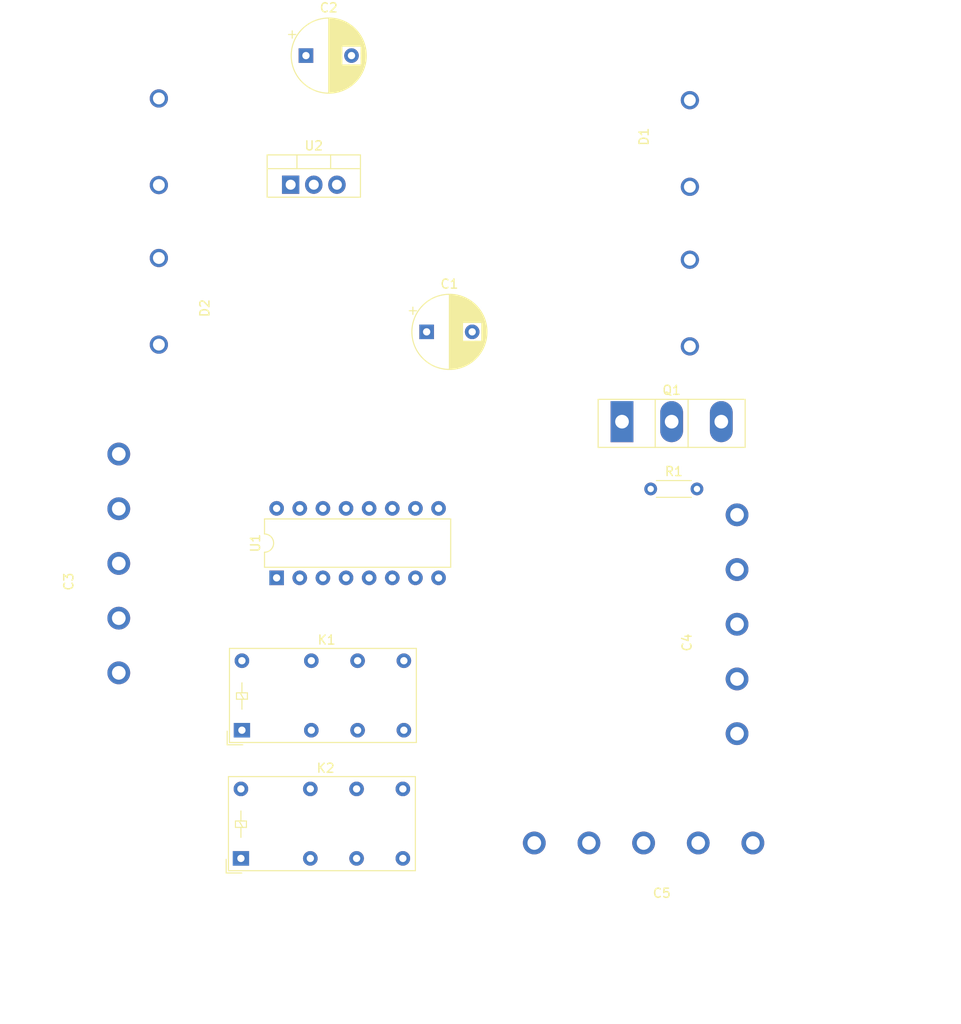
<source format=kicad_pcb>
(kicad_pcb (version 20171130) (host pcbnew 5.1.7-a382d34a8~88~ubuntu18.04.1)

  (general
    (thickness 1.6)
    (drawings 2)
    (tracks 0)
    (zones 0)
    (modules 13)
    (nets 22)
  )

  (page A4)
  (layers
    (0 F.Cu signal)
    (31 B.Cu signal)
    (32 B.Adhes user)
    (33 F.Adhes user)
    (34 B.Paste user)
    (35 F.Paste user)
    (36 B.SilkS user)
    (37 F.SilkS user)
    (38 B.Mask user)
    (39 F.Mask user)
    (40 Dwgs.User user)
    (41 Cmts.User user)
    (42 Eco1.User user)
    (43 Eco2.User user)
    (44 Edge.Cuts user)
    (45 Margin user)
    (46 B.CrtYd user)
    (47 F.CrtYd user)
    (48 B.Fab user)
    (49 F.Fab user)
  )

  (setup
    (last_trace_width 0.25)
    (user_trace_width 2.5)
    (user_trace_width 5)
    (trace_clearance 0.25)
    (zone_clearance 0.508)
    (zone_45_only no)
    (trace_min 0.25)
    (via_size 0.8)
    (via_drill 0.4)
    (via_min_size 0.4)
    (via_min_drill 0.3)
    (uvia_size 0.3)
    (uvia_drill 0.1)
    (uvias_allowed no)
    (uvia_min_size 0.2)
    (uvia_min_drill 0.1)
    (edge_width 0.05)
    (segment_width 0.2)
    (pcb_text_width 0.3)
    (pcb_text_size 1.5 1.5)
    (mod_edge_width 0.12)
    (mod_text_size 1 1)
    (mod_text_width 0.15)
    (pad_size 1.524 1.524)
    (pad_drill 0.762)
    (pad_to_mask_clearance 0)
    (aux_axis_origin 0 0)
    (visible_elements FFFFFF7F)
    (pcbplotparams
      (layerselection 0x010fc_ffffffff)
      (usegerberextensions false)
      (usegerberattributes true)
      (usegerberadvancedattributes true)
      (creategerberjobfile true)
      (excludeedgelayer true)
      (linewidth 0.100000)
      (plotframeref false)
      (viasonmask false)
      (mode 1)
      (useauxorigin false)
      (hpglpennumber 1)
      (hpglpenspeed 20)
      (hpglpendiameter 15.000000)
      (psnegative false)
      (psa4output false)
      (plotreference true)
      (plotvalue true)
      (plotinvisibletext false)
      (padsonsilk false)
      (subtractmaskfromsilk false)
      (outputformat 1)
      (mirror false)
      (drillshape 1)
      (scaleselection 1)
      (outputdirectory ""))
  )

  (net 0 "")
  (net 1 DCGND)
  (net 2 DC220Vpostive)
  (net 3 DC12Vpostive)
  (net 4 EARTH)
  (net 5 AC220N)
  (net 6 AC220VLive)
  (net 7 AC12vN)
  (net 8 AC12vLive)
  (net 9 ACMotorRed)
  (net 10 ACMotorBlack)
  (net 11 DcMotorNegative)
  (net 12 CONTROL_DCMotorNegative)
  (net 13 CONTROL_ACMotorBlack)
  (net 14 CONTROL_ACMotorRed)
  (net 15 DC5v)
  (net 16 "Net-(K1-Pad22)")
  (net 17 "Net-(K1-PadA2)")
  (net 18 "Net-(K2-PadA2)")
  (net 19 "Net-(Q1-Pad1)")
  (net 20 "Net-(U1-Pad2)")
  (net 21 "Net-(U1-Pad3)")

  (net_class Default "This is the default net class."
    (clearance 0.25)
    (trace_width 0.25)
    (via_dia 0.8)
    (via_drill 0.4)
    (uvia_dia 0.3)
    (uvia_drill 0.1)
    (diff_pair_width 0.25)
    (diff_pair_gap 0.25)
    (add_net AC12vLive)
    (add_net AC12vN)
    (add_net AC220N)
    (add_net AC220VLive)
    (add_net ACMotorBlack)
    (add_net ACMotorRed)
    (add_net CONTROL_ACMotorBlack)
    (add_net CONTROL_ACMotorRed)
    (add_net CONTROL_DCMotorNegative)
    (add_net DC12Vpostive)
    (add_net DC220Vpostive)
    (add_net DC5v)
    (add_net DCGND)
    (add_net DcMotorNegative)
    (add_net EARTH)
    (add_net "Net-(K1-Pad22)")
    (add_net "Net-(K1-PadA2)")
    (add_net "Net-(K2-PadA2)")
    (add_net "Net-(Q1-Pad1)")
    (add_net "Net-(U1-Pad2)")
    (add_net "Net-(U1-Pad3)")
  )

  (module Capacitor_THT:CP_Radial_D8.0mm_P5.00mm (layer F.Cu) (tedit 5AE50EF0) (tstamp 603FA3E0)
    (at 94.9 69.8)
    (descr "CP, Radial series, Radial, pin pitch=5.00mm, , diameter=8mm, Electrolytic Capacitor")
    (tags "CP Radial series Radial pin pitch 5.00mm  diameter 8mm Electrolytic Capacitor")
    (path /5FDB8118)
    (fp_text reference C1 (at 2.5 -5.25) (layer F.SilkS)
      (effects (font (size 1 1) (thickness 0.15)))
    )
    (fp_text value 470uF (at 2.5 5.25) (layer F.Fab)
      (effects (font (size 1 1) (thickness 0.15)))
    )
    (fp_text user %R (at 2.5 0) (layer F.Fab)
      (effects (font (size 1 1) (thickness 0.15)))
    )
    (fp_circle (center 2.5 0) (end 6.5 0) (layer F.Fab) (width 0.1))
    (fp_circle (center 2.5 0) (end 6.62 0) (layer F.SilkS) (width 0.12))
    (fp_circle (center 2.5 0) (end 6.75 0) (layer F.CrtYd) (width 0.05))
    (fp_line (start -0.926759 -1.7475) (end -0.126759 -1.7475) (layer F.Fab) (width 0.1))
    (fp_line (start -0.526759 -2.1475) (end -0.526759 -1.3475) (layer F.Fab) (width 0.1))
    (fp_line (start 2.5 -4.08) (end 2.5 4.08) (layer F.SilkS) (width 0.12))
    (fp_line (start 2.54 -4.08) (end 2.54 4.08) (layer F.SilkS) (width 0.12))
    (fp_line (start 2.58 -4.08) (end 2.58 4.08) (layer F.SilkS) (width 0.12))
    (fp_line (start 2.62 -4.079) (end 2.62 4.079) (layer F.SilkS) (width 0.12))
    (fp_line (start 2.66 -4.077) (end 2.66 4.077) (layer F.SilkS) (width 0.12))
    (fp_line (start 2.7 -4.076) (end 2.7 4.076) (layer F.SilkS) (width 0.12))
    (fp_line (start 2.74 -4.074) (end 2.74 4.074) (layer F.SilkS) (width 0.12))
    (fp_line (start 2.78 -4.071) (end 2.78 4.071) (layer F.SilkS) (width 0.12))
    (fp_line (start 2.82 -4.068) (end 2.82 4.068) (layer F.SilkS) (width 0.12))
    (fp_line (start 2.86 -4.065) (end 2.86 4.065) (layer F.SilkS) (width 0.12))
    (fp_line (start 2.9 -4.061) (end 2.9 4.061) (layer F.SilkS) (width 0.12))
    (fp_line (start 2.94 -4.057) (end 2.94 4.057) (layer F.SilkS) (width 0.12))
    (fp_line (start 2.98 -4.052) (end 2.98 4.052) (layer F.SilkS) (width 0.12))
    (fp_line (start 3.02 -4.048) (end 3.02 4.048) (layer F.SilkS) (width 0.12))
    (fp_line (start 3.06 -4.042) (end 3.06 4.042) (layer F.SilkS) (width 0.12))
    (fp_line (start 3.1 -4.037) (end 3.1 4.037) (layer F.SilkS) (width 0.12))
    (fp_line (start 3.14 -4.03) (end 3.14 4.03) (layer F.SilkS) (width 0.12))
    (fp_line (start 3.18 -4.024) (end 3.18 4.024) (layer F.SilkS) (width 0.12))
    (fp_line (start 3.221 -4.017) (end 3.221 4.017) (layer F.SilkS) (width 0.12))
    (fp_line (start 3.261 -4.01) (end 3.261 4.01) (layer F.SilkS) (width 0.12))
    (fp_line (start 3.301 -4.002) (end 3.301 4.002) (layer F.SilkS) (width 0.12))
    (fp_line (start 3.341 -3.994) (end 3.341 3.994) (layer F.SilkS) (width 0.12))
    (fp_line (start 3.381 -3.985) (end 3.381 3.985) (layer F.SilkS) (width 0.12))
    (fp_line (start 3.421 -3.976) (end 3.421 3.976) (layer F.SilkS) (width 0.12))
    (fp_line (start 3.461 -3.967) (end 3.461 3.967) (layer F.SilkS) (width 0.12))
    (fp_line (start 3.501 -3.957) (end 3.501 3.957) (layer F.SilkS) (width 0.12))
    (fp_line (start 3.541 -3.947) (end 3.541 3.947) (layer F.SilkS) (width 0.12))
    (fp_line (start 3.581 -3.936) (end 3.581 3.936) (layer F.SilkS) (width 0.12))
    (fp_line (start 3.621 -3.925) (end 3.621 3.925) (layer F.SilkS) (width 0.12))
    (fp_line (start 3.661 -3.914) (end 3.661 3.914) (layer F.SilkS) (width 0.12))
    (fp_line (start 3.701 -3.902) (end 3.701 3.902) (layer F.SilkS) (width 0.12))
    (fp_line (start 3.741 -3.889) (end 3.741 3.889) (layer F.SilkS) (width 0.12))
    (fp_line (start 3.781 -3.877) (end 3.781 3.877) (layer F.SilkS) (width 0.12))
    (fp_line (start 3.821 -3.863) (end 3.821 3.863) (layer F.SilkS) (width 0.12))
    (fp_line (start 3.861 -3.85) (end 3.861 3.85) (layer F.SilkS) (width 0.12))
    (fp_line (start 3.901 -3.835) (end 3.901 3.835) (layer F.SilkS) (width 0.12))
    (fp_line (start 3.941 -3.821) (end 3.941 3.821) (layer F.SilkS) (width 0.12))
    (fp_line (start 3.981 -3.805) (end 3.981 -1.04) (layer F.SilkS) (width 0.12))
    (fp_line (start 3.981 1.04) (end 3.981 3.805) (layer F.SilkS) (width 0.12))
    (fp_line (start 4.021 -3.79) (end 4.021 -1.04) (layer F.SilkS) (width 0.12))
    (fp_line (start 4.021 1.04) (end 4.021 3.79) (layer F.SilkS) (width 0.12))
    (fp_line (start 4.061 -3.774) (end 4.061 -1.04) (layer F.SilkS) (width 0.12))
    (fp_line (start 4.061 1.04) (end 4.061 3.774) (layer F.SilkS) (width 0.12))
    (fp_line (start 4.101 -3.757) (end 4.101 -1.04) (layer F.SilkS) (width 0.12))
    (fp_line (start 4.101 1.04) (end 4.101 3.757) (layer F.SilkS) (width 0.12))
    (fp_line (start 4.141 -3.74) (end 4.141 -1.04) (layer F.SilkS) (width 0.12))
    (fp_line (start 4.141 1.04) (end 4.141 3.74) (layer F.SilkS) (width 0.12))
    (fp_line (start 4.181 -3.722) (end 4.181 -1.04) (layer F.SilkS) (width 0.12))
    (fp_line (start 4.181 1.04) (end 4.181 3.722) (layer F.SilkS) (width 0.12))
    (fp_line (start 4.221 -3.704) (end 4.221 -1.04) (layer F.SilkS) (width 0.12))
    (fp_line (start 4.221 1.04) (end 4.221 3.704) (layer F.SilkS) (width 0.12))
    (fp_line (start 4.261 -3.686) (end 4.261 -1.04) (layer F.SilkS) (width 0.12))
    (fp_line (start 4.261 1.04) (end 4.261 3.686) (layer F.SilkS) (width 0.12))
    (fp_line (start 4.301 -3.666) (end 4.301 -1.04) (layer F.SilkS) (width 0.12))
    (fp_line (start 4.301 1.04) (end 4.301 3.666) (layer F.SilkS) (width 0.12))
    (fp_line (start 4.341 -3.647) (end 4.341 -1.04) (layer F.SilkS) (width 0.12))
    (fp_line (start 4.341 1.04) (end 4.341 3.647) (layer F.SilkS) (width 0.12))
    (fp_line (start 4.381 -3.627) (end 4.381 -1.04) (layer F.SilkS) (width 0.12))
    (fp_line (start 4.381 1.04) (end 4.381 3.627) (layer F.SilkS) (width 0.12))
    (fp_line (start 4.421 -3.606) (end 4.421 -1.04) (layer F.SilkS) (width 0.12))
    (fp_line (start 4.421 1.04) (end 4.421 3.606) (layer F.SilkS) (width 0.12))
    (fp_line (start 4.461 -3.584) (end 4.461 -1.04) (layer F.SilkS) (width 0.12))
    (fp_line (start 4.461 1.04) (end 4.461 3.584) (layer F.SilkS) (width 0.12))
    (fp_line (start 4.501 -3.562) (end 4.501 -1.04) (layer F.SilkS) (width 0.12))
    (fp_line (start 4.501 1.04) (end 4.501 3.562) (layer F.SilkS) (width 0.12))
    (fp_line (start 4.541 -3.54) (end 4.541 -1.04) (layer F.SilkS) (width 0.12))
    (fp_line (start 4.541 1.04) (end 4.541 3.54) (layer F.SilkS) (width 0.12))
    (fp_line (start 4.581 -3.517) (end 4.581 -1.04) (layer F.SilkS) (width 0.12))
    (fp_line (start 4.581 1.04) (end 4.581 3.517) (layer F.SilkS) (width 0.12))
    (fp_line (start 4.621 -3.493) (end 4.621 -1.04) (layer F.SilkS) (width 0.12))
    (fp_line (start 4.621 1.04) (end 4.621 3.493) (layer F.SilkS) (width 0.12))
    (fp_line (start 4.661 -3.469) (end 4.661 -1.04) (layer F.SilkS) (width 0.12))
    (fp_line (start 4.661 1.04) (end 4.661 3.469) (layer F.SilkS) (width 0.12))
    (fp_line (start 4.701 -3.444) (end 4.701 -1.04) (layer F.SilkS) (width 0.12))
    (fp_line (start 4.701 1.04) (end 4.701 3.444) (layer F.SilkS) (width 0.12))
    (fp_line (start 4.741 -3.418) (end 4.741 -1.04) (layer F.SilkS) (width 0.12))
    (fp_line (start 4.741 1.04) (end 4.741 3.418) (layer F.SilkS) (width 0.12))
    (fp_line (start 4.781 -3.392) (end 4.781 -1.04) (layer F.SilkS) (width 0.12))
    (fp_line (start 4.781 1.04) (end 4.781 3.392) (layer F.SilkS) (width 0.12))
    (fp_line (start 4.821 -3.365) (end 4.821 -1.04) (layer F.SilkS) (width 0.12))
    (fp_line (start 4.821 1.04) (end 4.821 3.365) (layer F.SilkS) (width 0.12))
    (fp_line (start 4.861 -3.338) (end 4.861 -1.04) (layer F.SilkS) (width 0.12))
    (fp_line (start 4.861 1.04) (end 4.861 3.338) (layer F.SilkS) (width 0.12))
    (fp_line (start 4.901 -3.309) (end 4.901 -1.04) (layer F.SilkS) (width 0.12))
    (fp_line (start 4.901 1.04) (end 4.901 3.309) (layer F.SilkS) (width 0.12))
    (fp_line (start 4.941 -3.28) (end 4.941 -1.04) (layer F.SilkS) (width 0.12))
    (fp_line (start 4.941 1.04) (end 4.941 3.28) (layer F.SilkS) (width 0.12))
    (fp_line (start 4.981 -3.25) (end 4.981 -1.04) (layer F.SilkS) (width 0.12))
    (fp_line (start 4.981 1.04) (end 4.981 3.25) (layer F.SilkS) (width 0.12))
    (fp_line (start 5.021 -3.22) (end 5.021 -1.04) (layer F.SilkS) (width 0.12))
    (fp_line (start 5.021 1.04) (end 5.021 3.22) (layer F.SilkS) (width 0.12))
    (fp_line (start 5.061 -3.189) (end 5.061 -1.04) (layer F.SilkS) (width 0.12))
    (fp_line (start 5.061 1.04) (end 5.061 3.189) (layer F.SilkS) (width 0.12))
    (fp_line (start 5.101 -3.156) (end 5.101 -1.04) (layer F.SilkS) (width 0.12))
    (fp_line (start 5.101 1.04) (end 5.101 3.156) (layer F.SilkS) (width 0.12))
    (fp_line (start 5.141 -3.124) (end 5.141 -1.04) (layer F.SilkS) (width 0.12))
    (fp_line (start 5.141 1.04) (end 5.141 3.124) (layer F.SilkS) (width 0.12))
    (fp_line (start 5.181 -3.09) (end 5.181 -1.04) (layer F.SilkS) (width 0.12))
    (fp_line (start 5.181 1.04) (end 5.181 3.09) (layer F.SilkS) (width 0.12))
    (fp_line (start 5.221 -3.055) (end 5.221 -1.04) (layer F.SilkS) (width 0.12))
    (fp_line (start 5.221 1.04) (end 5.221 3.055) (layer F.SilkS) (width 0.12))
    (fp_line (start 5.261 -3.019) (end 5.261 -1.04) (layer F.SilkS) (width 0.12))
    (fp_line (start 5.261 1.04) (end 5.261 3.019) (layer F.SilkS) (width 0.12))
    (fp_line (start 5.301 -2.983) (end 5.301 -1.04) (layer F.SilkS) (width 0.12))
    (fp_line (start 5.301 1.04) (end 5.301 2.983) (layer F.SilkS) (width 0.12))
    (fp_line (start 5.341 -2.945) (end 5.341 -1.04) (layer F.SilkS) (width 0.12))
    (fp_line (start 5.341 1.04) (end 5.341 2.945) (layer F.SilkS) (width 0.12))
    (fp_line (start 5.381 -2.907) (end 5.381 -1.04) (layer F.SilkS) (width 0.12))
    (fp_line (start 5.381 1.04) (end 5.381 2.907) (layer F.SilkS) (width 0.12))
    (fp_line (start 5.421 -2.867) (end 5.421 -1.04) (layer F.SilkS) (width 0.12))
    (fp_line (start 5.421 1.04) (end 5.421 2.867) (layer F.SilkS) (width 0.12))
    (fp_line (start 5.461 -2.826) (end 5.461 -1.04) (layer F.SilkS) (width 0.12))
    (fp_line (start 5.461 1.04) (end 5.461 2.826) (layer F.SilkS) (width 0.12))
    (fp_line (start 5.501 -2.784) (end 5.501 -1.04) (layer F.SilkS) (width 0.12))
    (fp_line (start 5.501 1.04) (end 5.501 2.784) (layer F.SilkS) (width 0.12))
    (fp_line (start 5.541 -2.741) (end 5.541 -1.04) (layer F.SilkS) (width 0.12))
    (fp_line (start 5.541 1.04) (end 5.541 2.741) (layer F.SilkS) (width 0.12))
    (fp_line (start 5.581 -2.697) (end 5.581 -1.04) (layer F.SilkS) (width 0.12))
    (fp_line (start 5.581 1.04) (end 5.581 2.697) (layer F.SilkS) (width 0.12))
    (fp_line (start 5.621 -2.651) (end 5.621 -1.04) (layer F.SilkS) (width 0.12))
    (fp_line (start 5.621 1.04) (end 5.621 2.651) (layer F.SilkS) (width 0.12))
    (fp_line (start 5.661 -2.604) (end 5.661 -1.04) (layer F.SilkS) (width 0.12))
    (fp_line (start 5.661 1.04) (end 5.661 2.604) (layer F.SilkS) (width 0.12))
    (fp_line (start 5.701 -2.556) (end 5.701 -1.04) (layer F.SilkS) (width 0.12))
    (fp_line (start 5.701 1.04) (end 5.701 2.556) (layer F.SilkS) (width 0.12))
    (fp_line (start 5.741 -2.505) (end 5.741 -1.04) (layer F.SilkS) (width 0.12))
    (fp_line (start 5.741 1.04) (end 5.741 2.505) (layer F.SilkS) (width 0.12))
    (fp_line (start 5.781 -2.454) (end 5.781 -1.04) (layer F.SilkS) (width 0.12))
    (fp_line (start 5.781 1.04) (end 5.781 2.454) (layer F.SilkS) (width 0.12))
    (fp_line (start 5.821 -2.4) (end 5.821 -1.04) (layer F.SilkS) (width 0.12))
    (fp_line (start 5.821 1.04) (end 5.821 2.4) (layer F.SilkS) (width 0.12))
    (fp_line (start 5.861 -2.345) (end 5.861 -1.04) (layer F.SilkS) (width 0.12))
    (fp_line (start 5.861 1.04) (end 5.861 2.345) (layer F.SilkS) (width 0.12))
    (fp_line (start 5.901 -2.287) (end 5.901 -1.04) (layer F.SilkS) (width 0.12))
    (fp_line (start 5.901 1.04) (end 5.901 2.287) (layer F.SilkS) (width 0.12))
    (fp_line (start 5.941 -2.228) (end 5.941 -1.04) (layer F.SilkS) (width 0.12))
    (fp_line (start 5.941 1.04) (end 5.941 2.228) (layer F.SilkS) (width 0.12))
    (fp_line (start 5.981 -2.166) (end 5.981 -1.04) (layer F.SilkS) (width 0.12))
    (fp_line (start 5.981 1.04) (end 5.981 2.166) (layer F.SilkS) (width 0.12))
    (fp_line (start 6.021 -2.102) (end 6.021 -1.04) (layer F.SilkS) (width 0.12))
    (fp_line (start 6.021 1.04) (end 6.021 2.102) (layer F.SilkS) (width 0.12))
    (fp_line (start 6.061 -2.034) (end 6.061 2.034) (layer F.SilkS) (width 0.12))
    (fp_line (start 6.101 -1.964) (end 6.101 1.964) (layer F.SilkS) (width 0.12))
    (fp_line (start 6.141 -1.89) (end 6.141 1.89) (layer F.SilkS) (width 0.12))
    (fp_line (start 6.181 -1.813) (end 6.181 1.813) (layer F.SilkS) (width 0.12))
    (fp_line (start 6.221 -1.731) (end 6.221 1.731) (layer F.SilkS) (width 0.12))
    (fp_line (start 6.261 -1.645) (end 6.261 1.645) (layer F.SilkS) (width 0.12))
    (fp_line (start 6.301 -1.552) (end 6.301 1.552) (layer F.SilkS) (width 0.12))
    (fp_line (start 6.341 -1.453) (end 6.341 1.453) (layer F.SilkS) (width 0.12))
    (fp_line (start 6.381 -1.346) (end 6.381 1.346) (layer F.SilkS) (width 0.12))
    (fp_line (start 6.421 -1.229) (end 6.421 1.229) (layer F.SilkS) (width 0.12))
    (fp_line (start 6.461 -1.098) (end 6.461 1.098) (layer F.SilkS) (width 0.12))
    (fp_line (start 6.501 -0.948) (end 6.501 0.948) (layer F.SilkS) (width 0.12))
    (fp_line (start 6.541 -0.768) (end 6.541 0.768) (layer F.SilkS) (width 0.12))
    (fp_line (start 6.581 -0.533) (end 6.581 0.533) (layer F.SilkS) (width 0.12))
    (fp_line (start -1.909698 -2.315) (end -1.109698 -2.315) (layer F.SilkS) (width 0.12))
    (fp_line (start -1.509698 -2.715) (end -1.509698 -1.915) (layer F.SilkS) (width 0.12))
    (pad 2 thru_hole circle (at 5 0) (size 1.6 1.6) (drill 0.8) (layers *.Cu *.Mask)
      (net 1 DCGND))
    (pad 1 thru_hole rect (at 0 0) (size 1.6 1.6) (drill 0.8) (layers *.Cu *.Mask)
      (net 2 DC220Vpostive))
    (model ${KISYS3DMOD}/Capacitor_THT.3dshapes/CP_Radial_D8.0mm_P5.00mm.wrl
      (at (xyz 0 0 0))
      (scale (xyz 1 1 1))
      (rotate (xyz 0 0 0))
    )
  )

  (module Capacitor_THT:CP_Radial_D8.0mm_P5.00mm (layer F.Cu) (tedit 5AE50EF0) (tstamp 603FA489)
    (at 81.65 39.5)
    (descr "CP, Radial series, Radial, pin pitch=5.00mm, , diameter=8mm, Electrolytic Capacitor")
    (tags "CP Radial series Radial pin pitch 5.00mm  diameter 8mm Electrolytic Capacitor")
    (path /5FDB0451)
    (fp_text reference C2 (at 2.5 -5.25) (layer F.SilkS)
      (effects (font (size 1 1) (thickness 0.15)))
    )
    (fp_text value 150uF (at 2.5 5.25) (layer F.Fab)
      (effects (font (size 1 1) (thickness 0.15)))
    )
    (fp_line (start -1.509698 -2.715) (end -1.509698 -1.915) (layer F.SilkS) (width 0.12))
    (fp_line (start -1.909698 -2.315) (end -1.109698 -2.315) (layer F.SilkS) (width 0.12))
    (fp_line (start 6.581 -0.533) (end 6.581 0.533) (layer F.SilkS) (width 0.12))
    (fp_line (start 6.541 -0.768) (end 6.541 0.768) (layer F.SilkS) (width 0.12))
    (fp_line (start 6.501 -0.948) (end 6.501 0.948) (layer F.SilkS) (width 0.12))
    (fp_line (start 6.461 -1.098) (end 6.461 1.098) (layer F.SilkS) (width 0.12))
    (fp_line (start 6.421 -1.229) (end 6.421 1.229) (layer F.SilkS) (width 0.12))
    (fp_line (start 6.381 -1.346) (end 6.381 1.346) (layer F.SilkS) (width 0.12))
    (fp_line (start 6.341 -1.453) (end 6.341 1.453) (layer F.SilkS) (width 0.12))
    (fp_line (start 6.301 -1.552) (end 6.301 1.552) (layer F.SilkS) (width 0.12))
    (fp_line (start 6.261 -1.645) (end 6.261 1.645) (layer F.SilkS) (width 0.12))
    (fp_line (start 6.221 -1.731) (end 6.221 1.731) (layer F.SilkS) (width 0.12))
    (fp_line (start 6.181 -1.813) (end 6.181 1.813) (layer F.SilkS) (width 0.12))
    (fp_line (start 6.141 -1.89) (end 6.141 1.89) (layer F.SilkS) (width 0.12))
    (fp_line (start 6.101 -1.964) (end 6.101 1.964) (layer F.SilkS) (width 0.12))
    (fp_line (start 6.061 -2.034) (end 6.061 2.034) (layer F.SilkS) (width 0.12))
    (fp_line (start 6.021 1.04) (end 6.021 2.102) (layer F.SilkS) (width 0.12))
    (fp_line (start 6.021 -2.102) (end 6.021 -1.04) (layer F.SilkS) (width 0.12))
    (fp_line (start 5.981 1.04) (end 5.981 2.166) (layer F.SilkS) (width 0.12))
    (fp_line (start 5.981 -2.166) (end 5.981 -1.04) (layer F.SilkS) (width 0.12))
    (fp_line (start 5.941 1.04) (end 5.941 2.228) (layer F.SilkS) (width 0.12))
    (fp_line (start 5.941 -2.228) (end 5.941 -1.04) (layer F.SilkS) (width 0.12))
    (fp_line (start 5.901 1.04) (end 5.901 2.287) (layer F.SilkS) (width 0.12))
    (fp_line (start 5.901 -2.287) (end 5.901 -1.04) (layer F.SilkS) (width 0.12))
    (fp_line (start 5.861 1.04) (end 5.861 2.345) (layer F.SilkS) (width 0.12))
    (fp_line (start 5.861 -2.345) (end 5.861 -1.04) (layer F.SilkS) (width 0.12))
    (fp_line (start 5.821 1.04) (end 5.821 2.4) (layer F.SilkS) (width 0.12))
    (fp_line (start 5.821 -2.4) (end 5.821 -1.04) (layer F.SilkS) (width 0.12))
    (fp_line (start 5.781 1.04) (end 5.781 2.454) (layer F.SilkS) (width 0.12))
    (fp_line (start 5.781 -2.454) (end 5.781 -1.04) (layer F.SilkS) (width 0.12))
    (fp_line (start 5.741 1.04) (end 5.741 2.505) (layer F.SilkS) (width 0.12))
    (fp_line (start 5.741 -2.505) (end 5.741 -1.04) (layer F.SilkS) (width 0.12))
    (fp_line (start 5.701 1.04) (end 5.701 2.556) (layer F.SilkS) (width 0.12))
    (fp_line (start 5.701 -2.556) (end 5.701 -1.04) (layer F.SilkS) (width 0.12))
    (fp_line (start 5.661 1.04) (end 5.661 2.604) (layer F.SilkS) (width 0.12))
    (fp_line (start 5.661 -2.604) (end 5.661 -1.04) (layer F.SilkS) (width 0.12))
    (fp_line (start 5.621 1.04) (end 5.621 2.651) (layer F.SilkS) (width 0.12))
    (fp_line (start 5.621 -2.651) (end 5.621 -1.04) (layer F.SilkS) (width 0.12))
    (fp_line (start 5.581 1.04) (end 5.581 2.697) (layer F.SilkS) (width 0.12))
    (fp_line (start 5.581 -2.697) (end 5.581 -1.04) (layer F.SilkS) (width 0.12))
    (fp_line (start 5.541 1.04) (end 5.541 2.741) (layer F.SilkS) (width 0.12))
    (fp_line (start 5.541 -2.741) (end 5.541 -1.04) (layer F.SilkS) (width 0.12))
    (fp_line (start 5.501 1.04) (end 5.501 2.784) (layer F.SilkS) (width 0.12))
    (fp_line (start 5.501 -2.784) (end 5.501 -1.04) (layer F.SilkS) (width 0.12))
    (fp_line (start 5.461 1.04) (end 5.461 2.826) (layer F.SilkS) (width 0.12))
    (fp_line (start 5.461 -2.826) (end 5.461 -1.04) (layer F.SilkS) (width 0.12))
    (fp_line (start 5.421 1.04) (end 5.421 2.867) (layer F.SilkS) (width 0.12))
    (fp_line (start 5.421 -2.867) (end 5.421 -1.04) (layer F.SilkS) (width 0.12))
    (fp_line (start 5.381 1.04) (end 5.381 2.907) (layer F.SilkS) (width 0.12))
    (fp_line (start 5.381 -2.907) (end 5.381 -1.04) (layer F.SilkS) (width 0.12))
    (fp_line (start 5.341 1.04) (end 5.341 2.945) (layer F.SilkS) (width 0.12))
    (fp_line (start 5.341 -2.945) (end 5.341 -1.04) (layer F.SilkS) (width 0.12))
    (fp_line (start 5.301 1.04) (end 5.301 2.983) (layer F.SilkS) (width 0.12))
    (fp_line (start 5.301 -2.983) (end 5.301 -1.04) (layer F.SilkS) (width 0.12))
    (fp_line (start 5.261 1.04) (end 5.261 3.019) (layer F.SilkS) (width 0.12))
    (fp_line (start 5.261 -3.019) (end 5.261 -1.04) (layer F.SilkS) (width 0.12))
    (fp_line (start 5.221 1.04) (end 5.221 3.055) (layer F.SilkS) (width 0.12))
    (fp_line (start 5.221 -3.055) (end 5.221 -1.04) (layer F.SilkS) (width 0.12))
    (fp_line (start 5.181 1.04) (end 5.181 3.09) (layer F.SilkS) (width 0.12))
    (fp_line (start 5.181 -3.09) (end 5.181 -1.04) (layer F.SilkS) (width 0.12))
    (fp_line (start 5.141 1.04) (end 5.141 3.124) (layer F.SilkS) (width 0.12))
    (fp_line (start 5.141 -3.124) (end 5.141 -1.04) (layer F.SilkS) (width 0.12))
    (fp_line (start 5.101 1.04) (end 5.101 3.156) (layer F.SilkS) (width 0.12))
    (fp_line (start 5.101 -3.156) (end 5.101 -1.04) (layer F.SilkS) (width 0.12))
    (fp_line (start 5.061 1.04) (end 5.061 3.189) (layer F.SilkS) (width 0.12))
    (fp_line (start 5.061 -3.189) (end 5.061 -1.04) (layer F.SilkS) (width 0.12))
    (fp_line (start 5.021 1.04) (end 5.021 3.22) (layer F.SilkS) (width 0.12))
    (fp_line (start 5.021 -3.22) (end 5.021 -1.04) (layer F.SilkS) (width 0.12))
    (fp_line (start 4.981 1.04) (end 4.981 3.25) (layer F.SilkS) (width 0.12))
    (fp_line (start 4.981 -3.25) (end 4.981 -1.04) (layer F.SilkS) (width 0.12))
    (fp_line (start 4.941 1.04) (end 4.941 3.28) (layer F.SilkS) (width 0.12))
    (fp_line (start 4.941 -3.28) (end 4.941 -1.04) (layer F.SilkS) (width 0.12))
    (fp_line (start 4.901 1.04) (end 4.901 3.309) (layer F.SilkS) (width 0.12))
    (fp_line (start 4.901 -3.309) (end 4.901 -1.04) (layer F.SilkS) (width 0.12))
    (fp_line (start 4.861 1.04) (end 4.861 3.338) (layer F.SilkS) (width 0.12))
    (fp_line (start 4.861 -3.338) (end 4.861 -1.04) (layer F.SilkS) (width 0.12))
    (fp_line (start 4.821 1.04) (end 4.821 3.365) (layer F.SilkS) (width 0.12))
    (fp_line (start 4.821 -3.365) (end 4.821 -1.04) (layer F.SilkS) (width 0.12))
    (fp_line (start 4.781 1.04) (end 4.781 3.392) (layer F.SilkS) (width 0.12))
    (fp_line (start 4.781 -3.392) (end 4.781 -1.04) (layer F.SilkS) (width 0.12))
    (fp_line (start 4.741 1.04) (end 4.741 3.418) (layer F.SilkS) (width 0.12))
    (fp_line (start 4.741 -3.418) (end 4.741 -1.04) (layer F.SilkS) (width 0.12))
    (fp_line (start 4.701 1.04) (end 4.701 3.444) (layer F.SilkS) (width 0.12))
    (fp_line (start 4.701 -3.444) (end 4.701 -1.04) (layer F.SilkS) (width 0.12))
    (fp_line (start 4.661 1.04) (end 4.661 3.469) (layer F.SilkS) (width 0.12))
    (fp_line (start 4.661 -3.469) (end 4.661 -1.04) (layer F.SilkS) (width 0.12))
    (fp_line (start 4.621 1.04) (end 4.621 3.493) (layer F.SilkS) (width 0.12))
    (fp_line (start 4.621 -3.493) (end 4.621 -1.04) (layer F.SilkS) (width 0.12))
    (fp_line (start 4.581 1.04) (end 4.581 3.517) (layer F.SilkS) (width 0.12))
    (fp_line (start 4.581 -3.517) (end 4.581 -1.04) (layer F.SilkS) (width 0.12))
    (fp_line (start 4.541 1.04) (end 4.541 3.54) (layer F.SilkS) (width 0.12))
    (fp_line (start 4.541 -3.54) (end 4.541 -1.04) (layer F.SilkS) (width 0.12))
    (fp_line (start 4.501 1.04) (end 4.501 3.562) (layer F.SilkS) (width 0.12))
    (fp_line (start 4.501 -3.562) (end 4.501 -1.04) (layer F.SilkS) (width 0.12))
    (fp_line (start 4.461 1.04) (end 4.461 3.584) (layer F.SilkS) (width 0.12))
    (fp_line (start 4.461 -3.584) (end 4.461 -1.04) (layer F.SilkS) (width 0.12))
    (fp_line (start 4.421 1.04) (end 4.421 3.606) (layer F.SilkS) (width 0.12))
    (fp_line (start 4.421 -3.606) (end 4.421 -1.04) (layer F.SilkS) (width 0.12))
    (fp_line (start 4.381 1.04) (end 4.381 3.627) (layer F.SilkS) (width 0.12))
    (fp_line (start 4.381 -3.627) (end 4.381 -1.04) (layer F.SilkS) (width 0.12))
    (fp_line (start 4.341 1.04) (end 4.341 3.647) (layer F.SilkS) (width 0.12))
    (fp_line (start 4.341 -3.647) (end 4.341 -1.04) (layer F.SilkS) (width 0.12))
    (fp_line (start 4.301 1.04) (end 4.301 3.666) (layer F.SilkS) (width 0.12))
    (fp_line (start 4.301 -3.666) (end 4.301 -1.04) (layer F.SilkS) (width 0.12))
    (fp_line (start 4.261 1.04) (end 4.261 3.686) (layer F.SilkS) (width 0.12))
    (fp_line (start 4.261 -3.686) (end 4.261 -1.04) (layer F.SilkS) (width 0.12))
    (fp_line (start 4.221 1.04) (end 4.221 3.704) (layer F.SilkS) (width 0.12))
    (fp_line (start 4.221 -3.704) (end 4.221 -1.04) (layer F.SilkS) (width 0.12))
    (fp_line (start 4.181 1.04) (end 4.181 3.722) (layer F.SilkS) (width 0.12))
    (fp_line (start 4.181 -3.722) (end 4.181 -1.04) (layer F.SilkS) (width 0.12))
    (fp_line (start 4.141 1.04) (end 4.141 3.74) (layer F.SilkS) (width 0.12))
    (fp_line (start 4.141 -3.74) (end 4.141 -1.04) (layer F.SilkS) (width 0.12))
    (fp_line (start 4.101 1.04) (end 4.101 3.757) (layer F.SilkS) (width 0.12))
    (fp_line (start 4.101 -3.757) (end 4.101 -1.04) (layer F.SilkS) (width 0.12))
    (fp_line (start 4.061 1.04) (end 4.061 3.774) (layer F.SilkS) (width 0.12))
    (fp_line (start 4.061 -3.774) (end 4.061 -1.04) (layer F.SilkS) (width 0.12))
    (fp_line (start 4.021 1.04) (end 4.021 3.79) (layer F.SilkS) (width 0.12))
    (fp_line (start 4.021 -3.79) (end 4.021 -1.04) (layer F.SilkS) (width 0.12))
    (fp_line (start 3.981 1.04) (end 3.981 3.805) (layer F.SilkS) (width 0.12))
    (fp_line (start 3.981 -3.805) (end 3.981 -1.04) (layer F.SilkS) (width 0.12))
    (fp_line (start 3.941 -3.821) (end 3.941 3.821) (layer F.SilkS) (width 0.12))
    (fp_line (start 3.901 -3.835) (end 3.901 3.835) (layer F.SilkS) (width 0.12))
    (fp_line (start 3.861 -3.85) (end 3.861 3.85) (layer F.SilkS) (width 0.12))
    (fp_line (start 3.821 -3.863) (end 3.821 3.863) (layer F.SilkS) (width 0.12))
    (fp_line (start 3.781 -3.877) (end 3.781 3.877) (layer F.SilkS) (width 0.12))
    (fp_line (start 3.741 -3.889) (end 3.741 3.889) (layer F.SilkS) (width 0.12))
    (fp_line (start 3.701 -3.902) (end 3.701 3.902) (layer F.SilkS) (width 0.12))
    (fp_line (start 3.661 -3.914) (end 3.661 3.914) (layer F.SilkS) (width 0.12))
    (fp_line (start 3.621 -3.925) (end 3.621 3.925) (layer F.SilkS) (width 0.12))
    (fp_line (start 3.581 -3.936) (end 3.581 3.936) (layer F.SilkS) (width 0.12))
    (fp_line (start 3.541 -3.947) (end 3.541 3.947) (layer F.SilkS) (width 0.12))
    (fp_line (start 3.501 -3.957) (end 3.501 3.957) (layer F.SilkS) (width 0.12))
    (fp_line (start 3.461 -3.967) (end 3.461 3.967) (layer F.SilkS) (width 0.12))
    (fp_line (start 3.421 -3.976) (end 3.421 3.976) (layer F.SilkS) (width 0.12))
    (fp_line (start 3.381 -3.985) (end 3.381 3.985) (layer F.SilkS) (width 0.12))
    (fp_line (start 3.341 -3.994) (end 3.341 3.994) (layer F.SilkS) (width 0.12))
    (fp_line (start 3.301 -4.002) (end 3.301 4.002) (layer F.SilkS) (width 0.12))
    (fp_line (start 3.261 -4.01) (end 3.261 4.01) (layer F.SilkS) (width 0.12))
    (fp_line (start 3.221 -4.017) (end 3.221 4.017) (layer F.SilkS) (width 0.12))
    (fp_line (start 3.18 -4.024) (end 3.18 4.024) (layer F.SilkS) (width 0.12))
    (fp_line (start 3.14 -4.03) (end 3.14 4.03) (layer F.SilkS) (width 0.12))
    (fp_line (start 3.1 -4.037) (end 3.1 4.037) (layer F.SilkS) (width 0.12))
    (fp_line (start 3.06 -4.042) (end 3.06 4.042) (layer F.SilkS) (width 0.12))
    (fp_line (start 3.02 -4.048) (end 3.02 4.048) (layer F.SilkS) (width 0.12))
    (fp_line (start 2.98 -4.052) (end 2.98 4.052) (layer F.SilkS) (width 0.12))
    (fp_line (start 2.94 -4.057) (end 2.94 4.057) (layer F.SilkS) (width 0.12))
    (fp_line (start 2.9 -4.061) (end 2.9 4.061) (layer F.SilkS) (width 0.12))
    (fp_line (start 2.86 -4.065) (end 2.86 4.065) (layer F.SilkS) (width 0.12))
    (fp_line (start 2.82 -4.068) (end 2.82 4.068) (layer F.SilkS) (width 0.12))
    (fp_line (start 2.78 -4.071) (end 2.78 4.071) (layer F.SilkS) (width 0.12))
    (fp_line (start 2.74 -4.074) (end 2.74 4.074) (layer F.SilkS) (width 0.12))
    (fp_line (start 2.7 -4.076) (end 2.7 4.076) (layer F.SilkS) (width 0.12))
    (fp_line (start 2.66 -4.077) (end 2.66 4.077) (layer F.SilkS) (width 0.12))
    (fp_line (start 2.62 -4.079) (end 2.62 4.079) (layer F.SilkS) (width 0.12))
    (fp_line (start 2.58 -4.08) (end 2.58 4.08) (layer F.SilkS) (width 0.12))
    (fp_line (start 2.54 -4.08) (end 2.54 4.08) (layer F.SilkS) (width 0.12))
    (fp_line (start 2.5 -4.08) (end 2.5 4.08) (layer F.SilkS) (width 0.12))
    (fp_line (start -0.526759 -2.1475) (end -0.526759 -1.3475) (layer F.Fab) (width 0.1))
    (fp_line (start -0.926759 -1.7475) (end -0.126759 -1.7475) (layer F.Fab) (width 0.1))
    (fp_circle (center 2.5 0) (end 6.75 0) (layer F.CrtYd) (width 0.05))
    (fp_circle (center 2.5 0) (end 6.62 0) (layer F.SilkS) (width 0.12))
    (fp_circle (center 2.5 0) (end 6.5 0) (layer F.Fab) (width 0.1))
    (fp_text user %R (at 2.5 0) (layer F.Fab)
      (effects (font (size 1 1) (thickness 0.15)))
    )
    (pad 1 thru_hole rect (at 0 0) (size 1.6 1.6) (drill 0.8) (layers *.Cu *.Mask)
      (net 3 DC12Vpostive))
    (pad 2 thru_hole circle (at 5 0) (size 1.6 1.6) (drill 0.8) (layers *.Cu *.Mask)
      (net 1 DCGND))
    (model ${KISYS3DMOD}/Capacitor_THT.3dshapes/CP_Radial_D8.0mm_P5.00mm.wrl
      (at (xyz 0 0 0))
      (scale (xyz 1 1 1))
      (rotate (xyz 0 0 0))
    )
  )

  (module screw_terminal5mm:Screw_terminal_5mm (layer F.Cu) (tedit 603F2BDE) (tstamp 603FA492)
    (at 56.1 97.2 270)
    (path /5FDA542F)
    (fp_text reference C3 (at 0 0.5 90) (layer F.SilkS)
      (effects (font (size 1 1) (thickness 0.15)))
    )
    (fp_text value 5mmScrewTerminal (at 0 -0.5 90) (layer F.Fab)
      (effects (font (size 1 1) (thickness 0.15)))
    )
    (pad 1 thru_hole circle (at -14 -5 270) (size 2.5 2.5) (drill 1.5) (layers *.Cu *.Mask)
      (net 4 EARTH))
    (pad 2 thru_hole circle (at -8 -5 270) (size 2.5 2.5) (drill 1.5) (layers *.Cu *.Mask)
      (net 5 AC220N))
    (pad 3 thru_hole circle (at -2 -5 270) (size 2.5 2.5) (drill 1.5) (layers *.Cu *.Mask)
      (net 6 AC220VLive))
    (pad 4 thru_hole circle (at 4 -5 270) (size 2.5 2.5) (drill 1.5) (layers *.Cu *.Mask)
      (net 7 AC12vN))
    (pad 5 thru_hole circle (at 10 -5 270) (size 2.5 2.5) (drill 1.5) (layers *.Cu *.Mask)
      (net 8 AC12vLive))
  )

  (module screw_terminal5mm:Screw_terminal_5mm (layer F.Cu) (tedit 603F2BDE) (tstamp 603FA49B)
    (at 123.98 103.87 270)
    (path /5FDCEE2A)
    (fp_text reference C4 (at 0 0.5 90) (layer F.SilkS)
      (effects (font (size 1 1) (thickness 0.15)))
    )
    (fp_text value 5mmScrewTerminal (at 0 -0.5 90) (layer F.Fab)
      (effects (font (size 1 1) (thickness 0.15)))
    )
    (pad 5 thru_hole circle (at 10 -5 270) (size 2.5 2.5) (drill 1.5) (layers *.Cu *.Mask)
      (net 5 AC220N))
    (pad 4 thru_hole circle (at 4 -5 270) (size 2.5 2.5) (drill 1.5) (layers *.Cu *.Mask)
      (net 9 ACMotorRed))
    (pad 3 thru_hole circle (at -2 -5 270) (size 2.5 2.5) (drill 1.5) (layers *.Cu *.Mask)
      (net 10 ACMotorBlack))
    (pad 2 thru_hole circle (at -8 -5 270) (size 2.5 2.5) (drill 1.5) (layers *.Cu *.Mask)
      (net 11 DcMotorNegative))
    (pad 1 thru_hole circle (at -14 -5 270) (size 2.5 2.5) (drill 1.5) (layers *.Cu *.Mask)
      (net 2 DC220Vpostive))
  )

  (module screw_terminal5mm:Screw_terminal_5mm (layer F.Cu) (tedit 603F2BDE) (tstamp 603FC3D7)
    (at 120.72 130.86)
    (path /5FDD2A4A)
    (fp_text reference C5 (at 0 0.5) (layer F.SilkS)
      (effects (font (size 1 1) (thickness 0.15)))
    )
    (fp_text value 5mmScrewTerminal (at 0 -0.5) (layer F.Fab)
      (effects (font (size 1 1) (thickness 0.15)))
    )
    (pad 1 thru_hole circle (at -14 -5) (size 2.5 2.5) (drill 1.5) (layers *.Cu *.Mask)
      (net 12 CONTROL_DCMotorNegative))
    (pad 2 thru_hole circle (at -8 -5) (size 2.5 2.5) (drill 1.5) (layers *.Cu *.Mask)
      (net 13 CONTROL_ACMotorBlack))
    (pad 3 thru_hole circle (at -2 -5) (size 2.5 2.5) (drill 1.5) (layers *.Cu *.Mask)
      (net 14 CONTROL_ACMotorRed))
    (pad 4 thru_hole circle (at 4 -5) (size 2.5 2.5) (drill 1.5) (layers *.Cu *.Mask)
      (net 15 DC5v))
    (pad 5 thru_hole circle (at 10 -5) (size 2.5 2.5) (drill 1.5) (layers *.Cu *.Mask)
      (net 1 DCGND))
  )

  (module GBJ5010:GBJ5010 (layer F.Cu) (tedit 5FDA4190) (tstamp 603FC2B8)
    (at 121.3 48.39 270)
    (path /5FDADEB2)
    (fp_text reference D1 (at 0 2.54 90) (layer F.SilkS)
      (effects (font (size 1 1) (thickness 0.15)))
    )
    (fp_text value GBJ5010-BP (at 0 1.27 90) (layer F.Fab)
      (effects (font (size 1 1) (thickness 0.15)))
    )
    (pad 1 thru_hole circle (at -4 -2.5 270) (size 2 2) (drill 1.3) (layers *.Cu *.Mask)
      (net 3 DC12Vpostive))
    (pad 2 thru_hole circle (at 5.5 -2.5 270) (size 2 2) (drill 1.3) (layers *.Cu *.Mask)
      (net 7 AC12vN))
    (pad 3 thru_hole circle (at 13.5 -2.5 270) (size 2 2) (drill 1.3) (layers *.Cu *.Mask)
      (net 8 AC12vLive))
    (pad 4 thru_hole circle (at 23 -2.5 270) (size 2 2) (drill 1.3) (layers *.Cu *.Mask)
      (net 1 DCGND))
  )

  (module GBJ5010:GBJ5010 (layer F.Cu) (tedit 5FDA4190) (tstamp 603FA4B4)
    (at 68 67.2 90)
    (path /5FD9E6B0)
    (fp_text reference D2 (at 0 2.54 90) (layer F.SilkS)
      (effects (font (size 1 1) (thickness 0.15)))
    )
    (fp_text value GBJ5010-BP (at 0.05 0.5 90) (layer F.Fab)
      (effects (font (size 1 1) (thickness 0.15)))
    )
    (pad 4 thru_hole circle (at 23 -2.5 90) (size 2 2) (drill 1.3) (layers *.Cu *.Mask)
      (net 1 DCGND))
    (pad 3 thru_hole circle (at 13.5 -2.5 90) (size 2 2) (drill 1.3) (layers *.Cu *.Mask)
      (net 5 AC220N))
    (pad 2 thru_hole circle (at 5.5 -2.5 90) (size 2 2) (drill 1.3) (layers *.Cu *.Mask)
      (net 6 AC220VLive))
    (pad 1 thru_hole circle (at -4 -2.5 90) (size 2 2) (drill 1.3) (layers *.Cu *.Mask)
      (net 2 DC220Vpostive))
  )

  (module Relay_THT:Relay_DPDT_Finder_30.22 (layer F.Cu) (tedit 5E9CCCFB) (tstamp 603FA4D8)
    (at 74.62 113.49)
    (descr "Finder 32.21-x000 Relay, DPDT, https://gfinder.findernet.com/public/attachments/30/EN/S30EN.pdf")
    (tags "AXICOM IM-Series Relay SPDT")
    (path /5FD9731C)
    (fp_text reference K1 (at 9.3 -9.9) (layer F.SilkS)
      (effects (font (size 1 1) (thickness 0.15)))
    )
    (fp_text value HK19F-5V-SHG (at 8.4 2.4) (layer F.Fab)
      (effects (font (size 1 1) (thickness 0.15)))
    )
    (fp_line (start 19.29 1.49) (end -1.51 1.49) (layer F.CrtYd) (width 0.05))
    (fp_line (start 19.29 1.49) (end 19.29 -9.11) (layer F.CrtYd) (width 0.05))
    (fp_line (start -1.51 -9.11) (end -1.51 1.49) (layer F.CrtYd) (width 0.05))
    (fp_line (start -1.51 -9.11) (end 19.29 -9.11) (layer F.CrtYd) (width 0.05))
    (fp_line (start 0 -2.3) (end 0 -5.2) (layer F.Fab) (width 0.1))
    (fp_line (start -0.6 -4.1) (end -0.6 -3.4) (layer F.SilkS) (width 0.12))
    (fp_line (start 0.6 -4.1) (end -0.6 -4.1) (layer F.SilkS) (width 0.12))
    (fp_line (start 0.6 -3.4) (end 0.6 -4.1) (layer F.SilkS) (width 0.12))
    (fp_line (start -0.6 -3.4) (end 0.6 -3.4) (layer F.SilkS) (width 0.12))
    (fp_line (start 0.2 -3.4) (end -0.2 -4.1) (layer F.SilkS) (width 0.12))
    (fp_line (start 0 -4.1) (end 0 -5.2) (layer F.SilkS) (width 0.12))
    (fp_line (start 0 -3.4) (end 0 -2.3) (layer F.SilkS) (width 0.12))
    (fp_line (start 19.04 1.24) (end 0.26 1.24) (layer F.Fab) (width 0.1))
    (fp_line (start 19.04 -8.86) (end 19.04 1.24) (layer F.Fab) (width 0.1))
    (fp_line (start -1.26 -8.86) (end 19.04 -8.86) (layer F.Fab) (width 0.1))
    (fp_line (start -1.26 -0.24) (end -1.26 -8.86) (layer F.Fab) (width 0.1))
    (fp_line (start 19.15 -8.97) (end 19.15 1.35) (layer F.SilkS) (width 0.12))
    (fp_line (start -1.37 -8.97) (end 19.15 -8.97) (layer F.SilkS) (width 0.12))
    (fp_line (start -1.37 1.35) (end -1.37 -8.97) (layer F.SilkS) (width 0.12))
    (fp_line (start 19.15 1.35) (end -1.37 1.35) (layer F.SilkS) (width 0.12))
    (fp_line (start -1.62 1.6) (end -1.62 0.1) (layer F.SilkS) (width 0.12))
    (fp_line (start 0.1 1.6) (end -1.62 1.6) (layer F.SilkS) (width 0.12))
    (fp_line (start 0.26 1.24) (end -1.26 -0.24) (layer F.Fab) (width 0.1))
    (fp_text user %R (at 10.2 -4.1 180) (layer F.Fab)
      (effects (font (size 1 1) (thickness 0.15)))
    )
    (pad 21 thru_hole circle (at 7.62 -7.62 90) (size 1.6 1.6) (drill 0.8) (layers *.Cu *.Mask)
      (net 6 AC220VLive))
    (pad 22 thru_hole circle (at 12.7 -7.62 90) (size 1.6 1.6) (drill 0.8) (layers *.Cu *.Mask)
      (net 16 "Net-(K1-Pad22)"))
    (pad 24 thru_hole circle (at 17.78 -7.62 180) (size 1.6 1.6) (drill 0.8) (layers *.Cu *.Mask))
    (pad A1 thru_hole rect (at 0 0 90) (size 1.6 1.8) (drill 0.8) (layers *.Cu *.Mask)
      (net 1 DCGND))
    (pad A2 thru_hole circle (at 0 -7.62 90) (size 1.6 1.6) (drill 0.8) (layers *.Cu *.Mask)
      (net 17 "Net-(K1-PadA2)"))
    (pad 11 thru_hole circle (at 7.62 0 90) (size 1.6 1.6) (drill 0.8) (layers *.Cu *.Mask))
    (pad 14 thru_hole circle (at 17.78 0 90) (size 1.6 1.6) (drill 0.8) (layers *.Cu *.Mask))
    (pad 12 thru_hole circle (at 12.7 0 90) (size 1.6 1.6) (drill 0.8) (layers *.Cu *.Mask))
    (model ${KISYS3DMOD}/Relay_THT.3dshapes/Relay_DPDT_Finder_30.22.wrl
      (at (xyz 0 0 0))
      (scale (xyz 1 1 1))
      (rotate (xyz 0 0 0))
    )
  )

  (module Relay_THT:Relay_DPDT_Finder_30.22 (layer F.Cu) (tedit 5E9CCCFB) (tstamp 603FA4FC)
    (at 74.51 127.55)
    (descr "Finder 32.21-x000 Relay, DPDT, https://gfinder.findernet.com/public/attachments/30/EN/S30EN.pdf")
    (tags "AXICOM IM-Series Relay SPDT")
    (path /5FDA57C7)
    (fp_text reference K2 (at 9.3 -9.9) (layer F.SilkS)
      (effects (font (size 1 1) (thickness 0.15)))
    )
    (fp_text value HK19F-5V-SHG (at 8.4 2.4) (layer F.Fab)
      (effects (font (size 1 1) (thickness 0.15)))
    )
    (fp_text user %R (at 10.2 -4.1 180) (layer F.Fab)
      (effects (font (size 1 1) (thickness 0.15)))
    )
    (fp_line (start 0.26 1.24) (end -1.26 -0.24) (layer F.Fab) (width 0.1))
    (fp_line (start 0.1 1.6) (end -1.62 1.6) (layer F.SilkS) (width 0.12))
    (fp_line (start -1.62 1.6) (end -1.62 0.1) (layer F.SilkS) (width 0.12))
    (fp_line (start 19.15 1.35) (end -1.37 1.35) (layer F.SilkS) (width 0.12))
    (fp_line (start -1.37 1.35) (end -1.37 -8.97) (layer F.SilkS) (width 0.12))
    (fp_line (start -1.37 -8.97) (end 19.15 -8.97) (layer F.SilkS) (width 0.12))
    (fp_line (start 19.15 -8.97) (end 19.15 1.35) (layer F.SilkS) (width 0.12))
    (fp_line (start -1.26 -0.24) (end -1.26 -8.86) (layer F.Fab) (width 0.1))
    (fp_line (start -1.26 -8.86) (end 19.04 -8.86) (layer F.Fab) (width 0.1))
    (fp_line (start 19.04 -8.86) (end 19.04 1.24) (layer F.Fab) (width 0.1))
    (fp_line (start 19.04 1.24) (end 0.26 1.24) (layer F.Fab) (width 0.1))
    (fp_line (start 0 -3.4) (end 0 -2.3) (layer F.SilkS) (width 0.12))
    (fp_line (start 0 -4.1) (end 0 -5.2) (layer F.SilkS) (width 0.12))
    (fp_line (start 0.2 -3.4) (end -0.2 -4.1) (layer F.SilkS) (width 0.12))
    (fp_line (start -0.6 -3.4) (end 0.6 -3.4) (layer F.SilkS) (width 0.12))
    (fp_line (start 0.6 -3.4) (end 0.6 -4.1) (layer F.SilkS) (width 0.12))
    (fp_line (start 0.6 -4.1) (end -0.6 -4.1) (layer F.SilkS) (width 0.12))
    (fp_line (start -0.6 -4.1) (end -0.6 -3.4) (layer F.SilkS) (width 0.12))
    (fp_line (start 0 -2.3) (end 0 -5.2) (layer F.Fab) (width 0.1))
    (fp_line (start -1.51 -9.11) (end 19.29 -9.11) (layer F.CrtYd) (width 0.05))
    (fp_line (start -1.51 -9.11) (end -1.51 1.49) (layer F.CrtYd) (width 0.05))
    (fp_line (start 19.29 1.49) (end 19.29 -9.11) (layer F.CrtYd) (width 0.05))
    (fp_line (start 19.29 1.49) (end -1.51 1.49) (layer F.CrtYd) (width 0.05))
    (pad 12 thru_hole circle (at 12.7 0 90) (size 1.6 1.6) (drill 0.8) (layers *.Cu *.Mask))
    (pad 14 thru_hole circle (at 17.78 0 90) (size 1.6 1.6) (drill 0.8) (layers *.Cu *.Mask))
    (pad 11 thru_hole circle (at 7.62 0 90) (size 1.6 1.6) (drill 0.8) (layers *.Cu *.Mask))
    (pad A2 thru_hole circle (at 0 -7.62 90) (size 1.6 1.6) (drill 0.8) (layers *.Cu *.Mask)
      (net 18 "Net-(K2-PadA2)"))
    (pad A1 thru_hole rect (at 0 0 90) (size 1.6 1.8) (drill 0.8) (layers *.Cu *.Mask)
      (net 1 DCGND))
    (pad 24 thru_hole circle (at 17.78 -7.62 180) (size 1.6 1.6) (drill 0.8) (layers *.Cu *.Mask))
    (pad 22 thru_hole circle (at 12.7 -7.62 90) (size 1.6 1.6) (drill 0.8) (layers *.Cu *.Mask)
      (net 9 ACMotorRed))
    (pad 21 thru_hole circle (at 7.62 -7.62 90) (size 1.6 1.6) (drill 0.8) (layers *.Cu *.Mask)
      (net 6 AC220VLive))
    (model ${KISYS3DMOD}/Relay_THT.3dshapes/Relay_DPDT_Finder_30.22.wrl
      (at (xyz 0 0 0))
      (scale (xyz 1 1 1))
      (rotate (xyz 0 0 0))
    )
  )

  (module Package_TO_SOT_THT:TO-247-3_Vertical (layer F.Cu) (tedit 5AC86DC3) (tstamp 603FA514)
    (at 116.35 79.65)
    (descr "TO-247-3, Vertical, RM 5.45mm, see https://toshiba.semicon-storage.com/us/product/mosfet/to-247-4l.html")
    (tags "TO-247-3 Vertical RM 5.45mm")
    (path /5FDAB7F6)
    (fp_text reference Q1 (at 5.45 -3.45) (layer F.SilkS)
      (effects (font (size 1 1) (thickness 0.15)))
    )
    (fp_text value IKW50N60H3 (at 5.45 3.95) (layer F.Fab)
      (effects (font (size 1 1) (thickness 0.15)))
    )
    (fp_line (start 13.65 -2.59) (end -2.75 -2.59) (layer F.CrtYd) (width 0.05))
    (fp_line (start 13.65 2.95) (end 13.65 -2.59) (layer F.CrtYd) (width 0.05))
    (fp_line (start -2.75 2.95) (end 13.65 2.95) (layer F.CrtYd) (width 0.05))
    (fp_line (start -2.75 -2.59) (end -2.75 2.95) (layer F.CrtYd) (width 0.05))
    (fp_line (start 7.255 -2.451) (end 7.255 2.82) (layer F.SilkS) (width 0.12))
    (fp_line (start 3.646 -2.451) (end 3.646 2.82) (layer F.SilkS) (width 0.12))
    (fp_line (start 13.52 -2.451) (end 13.52 2.82) (layer F.SilkS) (width 0.12))
    (fp_line (start -2.62 -2.451) (end -2.62 2.82) (layer F.SilkS) (width 0.12))
    (fp_line (start -2.62 2.82) (end 13.52 2.82) (layer F.SilkS) (width 0.12))
    (fp_line (start -2.62 -2.451) (end 13.52 -2.451) (layer F.SilkS) (width 0.12))
    (fp_line (start 7.255 -2.33) (end 7.255 2.7) (layer F.Fab) (width 0.1))
    (fp_line (start 3.645 -2.33) (end 3.645 2.7) (layer F.Fab) (width 0.1))
    (fp_line (start 13.4 -2.33) (end -2.5 -2.33) (layer F.Fab) (width 0.1))
    (fp_line (start 13.4 2.7) (end 13.4 -2.33) (layer F.Fab) (width 0.1))
    (fp_line (start -2.5 2.7) (end 13.4 2.7) (layer F.Fab) (width 0.1))
    (fp_line (start -2.5 -2.33) (end -2.5 2.7) (layer F.Fab) (width 0.1))
    (fp_text user %R (at 5.45 -3.45) (layer F.Fab)
      (effects (font (size 1 1) (thickness 0.15)))
    )
    (pad 1 thru_hole rect (at 0 0) (size 2.5 4.5) (drill 1.5) (layers *.Cu *.Mask)
      (net 19 "Net-(Q1-Pad1)"))
    (pad 2 thru_hole oval (at 5.45 0) (size 2.5 4.5) (drill 1.5) (layers *.Cu *.Mask)
      (net 11 DcMotorNegative))
    (pad 3 thru_hole oval (at 10.9 0) (size 2.5 4.5) (drill 1.5) (layers *.Cu *.Mask)
      (net 1 DCGND))
    (model ${KISYS3DMOD}/Package_TO_SOT_THT.3dshapes/TO-247-3_Vertical.wrl
      (at (xyz 0 0 0))
      (scale (xyz 1 1 1))
      (rotate (xyz 0 0 0))
    )
  )

  (module Resistor_THT:R_Axial_DIN0204_L3.6mm_D1.6mm_P5.08mm_Horizontal (layer F.Cu) (tedit 5AE5139B) (tstamp 603FAA27)
    (at 119.5 87.03)
    (descr "Resistor, Axial_DIN0204 series, Axial, Horizontal, pin pitch=5.08mm, 0.167W, length*diameter=3.6*1.6mm^2, http://cdn-reichelt.de/documents/datenblatt/B400/1_4W%23YAG.pdf")
    (tags "Resistor Axial_DIN0204 series Axial Horizontal pin pitch 5.08mm 0.167W length 3.6mm diameter 1.6mm")
    (path /5FDB3271)
    (fp_text reference R1 (at 2.54 -1.92) (layer F.SilkS)
      (effects (font (size 1 1) (thickness 0.15)))
    )
    (fp_text value 10k (at 2.54 1.92) (layer F.Fab)
      (effects (font (size 1 1) (thickness 0.15)))
    )
    (fp_line (start 6.03 -1.05) (end -0.95 -1.05) (layer F.CrtYd) (width 0.05))
    (fp_line (start 6.03 1.05) (end 6.03 -1.05) (layer F.CrtYd) (width 0.05))
    (fp_line (start -0.95 1.05) (end 6.03 1.05) (layer F.CrtYd) (width 0.05))
    (fp_line (start -0.95 -1.05) (end -0.95 1.05) (layer F.CrtYd) (width 0.05))
    (fp_line (start 0.62 0.92) (end 4.46 0.92) (layer F.SilkS) (width 0.12))
    (fp_line (start 0.62 -0.92) (end 4.46 -0.92) (layer F.SilkS) (width 0.12))
    (fp_line (start 5.08 0) (end 4.34 0) (layer F.Fab) (width 0.1))
    (fp_line (start 0 0) (end 0.74 0) (layer F.Fab) (width 0.1))
    (fp_line (start 4.34 -0.8) (end 0.74 -0.8) (layer F.Fab) (width 0.1))
    (fp_line (start 4.34 0.8) (end 4.34 -0.8) (layer F.Fab) (width 0.1))
    (fp_line (start 0.74 0.8) (end 4.34 0.8) (layer F.Fab) (width 0.1))
    (fp_line (start 0.74 -0.8) (end 0.74 0.8) (layer F.Fab) (width 0.1))
    (fp_text user %R (at 2.824999 0.134999) (layer F.Fab)
      (effects (font (size 0.72 0.72) (thickness 0.108)))
    )
    (pad 1 thru_hole circle (at 0 0) (size 1.4 1.4) (drill 0.7) (layers *.Cu *.Mask)
      (net 19 "Net-(Q1-Pad1)"))
    (pad 2 thru_hole oval (at 5.08 0) (size 1.4 1.4) (drill 0.7) (layers *.Cu *.Mask)
      (net 1 DCGND))
    (model ${KISYS3DMOD}/Resistor_THT.3dshapes/R_Axial_DIN0204_L3.6mm_D1.6mm_P5.08mm_Horizontal.wrl
      (at (xyz 0 0 0))
      (scale (xyz 1 1 1))
      (rotate (xyz 0 0 0))
    )
  )

  (module Package_DIP:DIP-16_W7.62mm (layer F.Cu) (tedit 5A02E8C5) (tstamp 603FA54B)
    (at 78.43 96.78 90)
    (descr "16-lead though-hole mounted DIP package, row spacing 7.62 mm (300 mils)")
    (tags "THT DIP DIL PDIP 2.54mm 7.62mm 300mil")
    (path /5FD933AC)
    (fp_text reference U1 (at 3.81 -2.33 90) (layer F.SilkS)
      (effects (font (size 1 1) (thickness 0.15)))
    )
    (fp_text value L293D (at 3.81 20.11 90) (layer F.Fab)
      (effects (font (size 1 1) (thickness 0.15)))
    )
    (fp_line (start 8.7 -1.55) (end -1.1 -1.55) (layer F.CrtYd) (width 0.05))
    (fp_line (start 8.7 19.3) (end 8.7 -1.55) (layer F.CrtYd) (width 0.05))
    (fp_line (start -1.1 19.3) (end 8.7 19.3) (layer F.CrtYd) (width 0.05))
    (fp_line (start -1.1 -1.55) (end -1.1 19.3) (layer F.CrtYd) (width 0.05))
    (fp_line (start 6.46 -1.33) (end 4.81 -1.33) (layer F.SilkS) (width 0.12))
    (fp_line (start 6.46 19.11) (end 6.46 -1.33) (layer F.SilkS) (width 0.12))
    (fp_line (start 1.16 19.11) (end 6.46 19.11) (layer F.SilkS) (width 0.12))
    (fp_line (start 1.16 -1.33) (end 1.16 19.11) (layer F.SilkS) (width 0.12))
    (fp_line (start 2.81 -1.33) (end 1.16 -1.33) (layer F.SilkS) (width 0.12))
    (fp_line (start 0.635 -0.27) (end 1.635 -1.27) (layer F.Fab) (width 0.1))
    (fp_line (start 0.635 19.05) (end 0.635 -0.27) (layer F.Fab) (width 0.1))
    (fp_line (start 6.985 19.05) (end 0.635 19.05) (layer F.Fab) (width 0.1))
    (fp_line (start 6.985 -1.27) (end 6.985 19.05) (layer F.Fab) (width 0.1))
    (fp_line (start 1.635 -1.27) (end 6.985 -1.27) (layer F.Fab) (width 0.1))
    (fp_arc (start 3.81 -1.33) (end 2.81 -1.33) (angle -180) (layer F.SilkS) (width 0.12))
    (fp_text user %R (at 3.81 8.89 90) (layer F.Fab)
      (effects (font (size 1 1) (thickness 0.15)))
    )
    (pad 1 thru_hole rect (at 0 0 90) (size 1.6 1.6) (drill 0.8) (layers *.Cu *.Mask)
      (net 15 DC5v))
    (pad 9 thru_hole oval (at 7.62 17.78 90) (size 1.6 1.6) (drill 0.8) (layers *.Cu *.Mask)
      (net 15 DC5v))
    (pad 2 thru_hole oval (at 0 2.54 90) (size 1.6 1.6) (drill 0.8) (layers *.Cu *.Mask)
      (net 20 "Net-(U1-Pad2)"))
    (pad 10 thru_hole oval (at 7.62 15.24 90) (size 1.6 1.6) (drill 0.8) (layers *.Cu *.Mask)
      (net 14 CONTROL_ACMotorRed))
    (pad 3 thru_hole oval (at 0 5.08 90) (size 1.6 1.6) (drill 0.8) (layers *.Cu *.Mask)
      (net 21 "Net-(U1-Pad3)"))
    (pad 11 thru_hole oval (at 7.62 12.7 90) (size 1.6 1.6) (drill 0.8) (layers *.Cu *.Mask)
      (net 18 "Net-(K2-PadA2)"))
    (pad 4 thru_hole oval (at 0 7.62 90) (size 1.6 1.6) (drill 0.8) (layers *.Cu *.Mask)
      (net 1 DCGND))
    (pad 12 thru_hole oval (at 7.62 10.16 90) (size 1.6 1.6) (drill 0.8) (layers *.Cu *.Mask)
      (net 1 DCGND))
    (pad 5 thru_hole oval (at 0 10.16 90) (size 1.6 1.6) (drill 0.8) (layers *.Cu *.Mask)
      (net 1 DCGND))
    (pad 13 thru_hole oval (at 7.62 7.62 90) (size 1.6 1.6) (drill 0.8) (layers *.Cu *.Mask)
      (net 1 DCGND))
    (pad 6 thru_hole oval (at 0 12.7 90) (size 1.6 1.6) (drill 0.8) (layers *.Cu *.Mask)
      (net 19 "Net-(Q1-Pad1)"))
    (pad 14 thru_hole oval (at 7.62 5.08 90) (size 1.6 1.6) (drill 0.8) (layers *.Cu *.Mask)
      (net 17 "Net-(K1-PadA2)"))
    (pad 7 thru_hole oval (at 0 15.24 90) (size 1.6 1.6) (drill 0.8) (layers *.Cu *.Mask)
      (net 12 CONTROL_DCMotorNegative))
    (pad 15 thru_hole oval (at 7.62 2.54 90) (size 1.6 1.6) (drill 0.8) (layers *.Cu *.Mask)
      (net 13 CONTROL_ACMotorBlack))
    (pad 8 thru_hole oval (at 0 17.78 90) (size 1.6 1.6) (drill 0.8) (layers *.Cu *.Mask)
      (net 3 DC12Vpostive))
    (pad 16 thru_hole oval (at 7.62 0 90) (size 1.6 1.6) (drill 0.8) (layers *.Cu *.Mask)
      (net 15 DC5v))
    (model ${KISYS3DMOD}/Package_DIP.3dshapes/DIP-16_W7.62mm.wrl
      (at (xyz 0 0 0))
      (scale (xyz 1 1 1))
      (rotate (xyz 0 0 0))
    )
  )

  (module Package_TO_SOT_THT:TO-220-3_Vertical (layer F.Cu) (tedit 5AC8BA0D) (tstamp 603FA565)
    (at 79.97 53.66)
    (descr "TO-220-3, Vertical, RM 2.54mm, see https://www.vishay.com/docs/66542/to-220-1.pdf")
    (tags "TO-220-3 Vertical RM 2.54mm")
    (path /5FD92CAF)
    (fp_text reference U2 (at 2.54 -4.27) (layer F.SilkS)
      (effects (font (size 1 1) (thickness 0.15)))
    )
    (fp_text value L7805 (at 2.54 2.5) (layer F.Fab)
      (effects (font (size 1 1) (thickness 0.15)))
    )
    (fp_line (start 7.79 -3.4) (end -2.71 -3.4) (layer F.CrtYd) (width 0.05))
    (fp_line (start 7.79 1.51) (end 7.79 -3.4) (layer F.CrtYd) (width 0.05))
    (fp_line (start -2.71 1.51) (end 7.79 1.51) (layer F.CrtYd) (width 0.05))
    (fp_line (start -2.71 -3.4) (end -2.71 1.51) (layer F.CrtYd) (width 0.05))
    (fp_line (start 4.391 -3.27) (end 4.391 -1.76) (layer F.SilkS) (width 0.12))
    (fp_line (start 0.69 -3.27) (end 0.69 -1.76) (layer F.SilkS) (width 0.12))
    (fp_line (start -2.58 -1.76) (end 7.66 -1.76) (layer F.SilkS) (width 0.12))
    (fp_line (start 7.66 -3.27) (end 7.66 1.371) (layer F.SilkS) (width 0.12))
    (fp_line (start -2.58 -3.27) (end -2.58 1.371) (layer F.SilkS) (width 0.12))
    (fp_line (start -2.58 1.371) (end 7.66 1.371) (layer F.SilkS) (width 0.12))
    (fp_line (start -2.58 -3.27) (end 7.66 -3.27) (layer F.SilkS) (width 0.12))
    (fp_line (start 4.39 -3.15) (end 4.39 -1.88) (layer F.Fab) (width 0.1))
    (fp_line (start 0.69 -3.15) (end 0.69 -1.88) (layer F.Fab) (width 0.1))
    (fp_line (start -2.46 -1.88) (end 7.54 -1.88) (layer F.Fab) (width 0.1))
    (fp_line (start 7.54 -3.15) (end -2.46 -3.15) (layer F.Fab) (width 0.1))
    (fp_line (start 7.54 1.25) (end 7.54 -3.15) (layer F.Fab) (width 0.1))
    (fp_line (start -2.46 1.25) (end 7.54 1.25) (layer F.Fab) (width 0.1))
    (fp_line (start -2.46 -3.15) (end -2.46 1.25) (layer F.Fab) (width 0.1))
    (fp_text user %R (at 2.54 -4.27) (layer F.Fab)
      (effects (font (size 1 1) (thickness 0.15)))
    )
    (pad 1 thru_hole rect (at 0 0) (size 1.905 2) (drill 1.1) (layers *.Cu *.Mask)
      (net 3 DC12Vpostive))
    (pad 2 thru_hole oval (at 2.54 0) (size 1.905 2) (drill 1.1) (layers *.Cu *.Mask)
      (net 1 DCGND))
    (pad 3 thru_hole oval (at 5.08 0) (size 1.905 2) (drill 1.1) (layers *.Cu *.Mask)
      (net 15 DC5v))
    (model ${KISYS3DMOD}/Package_TO_SOT_THT.3dshapes/TO-220-3_Vertical.wrl
      (at (xyz 0 0 0))
      (scale (xyz 1 1 1))
      (rotate (xyz 0 0 0))
    )
  )

  (dimension 100.35 (width 0.15) (layer Dwgs.User)
    (gr_text "100.350 mm" (at 103.325 146.35) (layer Dwgs.User)
      (effects (font (size 1 1) (thickness 0.15)))
    )
    (feature1 (pts (xy 153.5 144.05) (xy 153.5 145.636421)))
    (feature2 (pts (xy 53.15 144.05) (xy 53.15 145.636421)))
    (crossbar (pts (xy 53.15 145.05) (xy 153.5 145.05)))
    (arrow1a (pts (xy 153.5 145.05) (xy 152.373496 145.636421)))
    (arrow1b (pts (xy 153.5 145.05) (xy 152.373496 144.463579)))
    (arrow2a (pts (xy 53.15 145.05) (xy 54.276504 145.636421)))
    (arrow2b (pts (xy 53.15 145.05) (xy 54.276504 144.463579)))
  )
  (dimension 100.050112 (width 0.15) (layer Dwgs.User)
    (gr_text "100.050 mm" (at 54.323273 89.277921 89.91409935) (layer Dwgs.User)
      (effects (font (size 1 1) (thickness 0.15)))
    )
    (feature1 (pts (xy 52.3 139.3) (xy 53.534694 139.301851)))
    (feature2 (pts (xy 52.45 39.25) (xy 53.684694 39.251851)))
    (crossbar (pts (xy 53.098274 39.250972) (xy 52.948274 139.300972)))
    (arrow1a (pts (xy 52.948274 139.300972) (xy 52.363543 138.17359)))
    (arrow1b (pts (xy 52.948274 139.300972) (xy 53.536383 138.175349)))
    (arrow2a (pts (xy 53.098274 39.250972) (xy 52.510165 40.376595)))
    (arrow2b (pts (xy 53.098274 39.250972) (xy 53.683005 40.378354)))
  )

)

</source>
